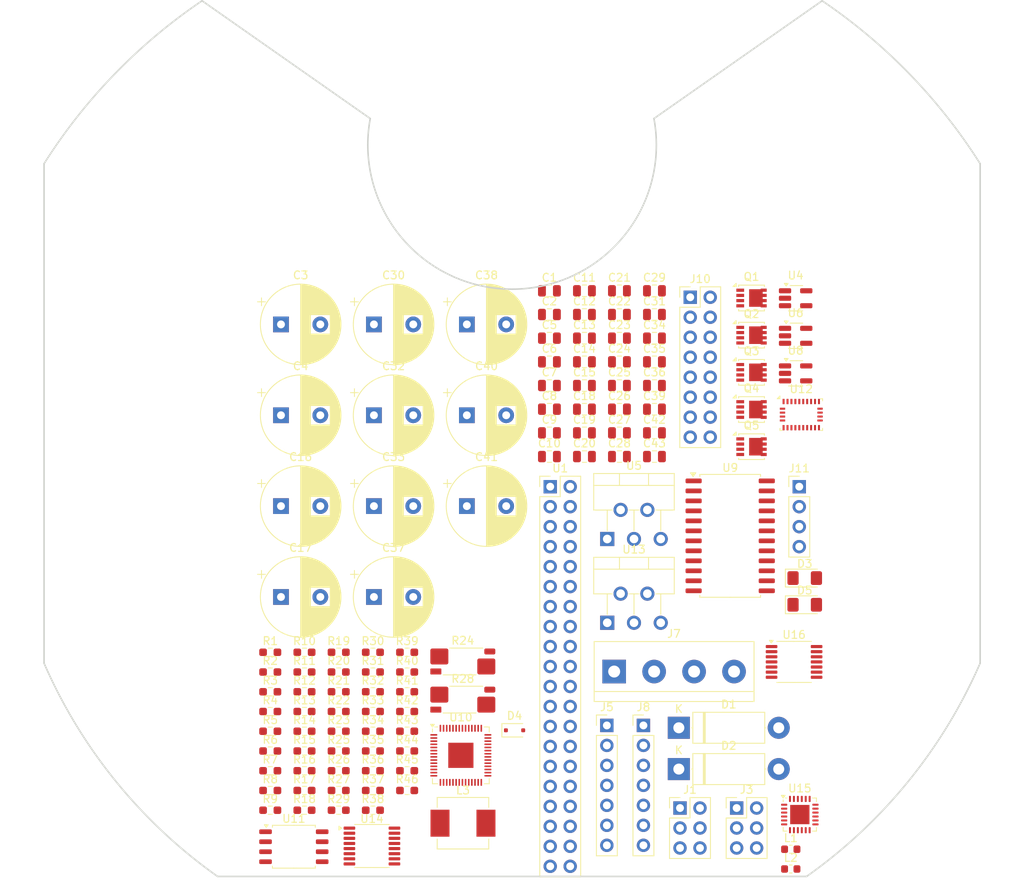
<source format=kicad_pcb>
(kicad_pcb
	(version 20240108)
	(generator "pcbnew")
	(generator_version "8.0")
	(general
		(thickness 1.6)
		(legacy_teardrops no)
	)
	(paper "A4")
	(layers
		(0 "F.Cu" signal)
		(31 "B.Cu" signal)
		(32 "B.Adhes" user "B.Adhesive")
		(33 "F.Adhes" user "F.Adhesive")
		(34 "B.Paste" user)
		(35 "F.Paste" user)
		(36 "B.SilkS" user "B.Silkscreen")
		(37 "F.SilkS" user "F.Silkscreen")
		(38 "B.Mask" user)
		(39 "F.Mask" user)
		(40 "Dwgs.User" user "User.Drawings")
		(41 "Cmts.User" user "User.Comments")
		(42 "Eco1.User" user "User.Eco1")
		(43 "Eco2.User" user "User.Eco2")
		(44 "Edge.Cuts" user)
		(45 "Margin" user)
		(46 "B.CrtYd" user "B.Courtyard")
		(47 "F.CrtYd" user "F.Courtyard")
		(48 "B.Fab" user)
		(49 "F.Fab" user)
		(50 "User.1" user)
		(51 "User.2" user)
		(52 "User.3" user)
		(53 "User.4" user)
		(54 "User.5" user)
		(55 "User.6" user)
		(56 "User.7" user)
		(57 "User.8" user)
		(58 "User.9" user)
	)
	(setup
		(pad_to_mask_clearance 0)
		(allow_soldermask_bridges_in_footprints no)
		(pcbplotparams
			(layerselection 0x00010fc_ffffffff)
			(plot_on_all_layers_selection 0x0000000_00000000)
			(disableapertmacros no)
			(usegerberextensions no)
			(usegerberattributes yes)
			(usegerberadvancedattributes yes)
			(creategerberjobfile yes)
			(dashed_line_dash_ratio 12.000000)
			(dashed_line_gap_ratio 3.000000)
			(svgprecision 4)
			(plotframeref no)
			(viasonmask no)
			(mode 1)
			(useauxorigin no)
			(hpglpennumber 1)
			(hpglpenspeed 20)
			(hpglpendiameter 15.000000)
			(pdf_front_fp_property_popups yes)
			(pdf_back_fp_property_popups yes)
			(dxfpolygonmode yes)
			(dxfimperialunits yes)
			(dxfusepcbnewfont yes)
			(psnegative no)
			(psa4output no)
			(plotreference yes)
			(plotvalue yes)
			(plotfptext yes)
			(plotinvisibletext no)
			(sketchpadsonfab no)
			(subtractmaskfromsilk no)
			(outputformat 1)
			(mirror no)
			(drillshape 1)
			(scaleselection 1)
			(outputdirectory "")
		)
	)
	(net 0 "")
	(net 1 "+5V")
	(net 2 "-BATT")
	(net 3 "Net-(M1-+)")
	(net 4 "VBUS")
	(net 5 "Net-(J5-Pin_2)")
	(net 6 "Net-(J8-Pin_2)")
	(net 7 "Net-(U12-CAP)")
	(net 8 "+3.3V")
	(net 9 "Net-(C11-Pad2)")
	(net 10 "Net-(U10-XIN)")
	(net 11 "Net-(U10-VREG_VOUT)")
	(net 12 "Net-(D1-K)")
	(net 13 "Net-(D2-K)")
	(net 14 "Bumper-F-R")
	(net 15 "US-Dist-Echo-Front")
	(net 16 "US-Dist-Trig-Front")
	(net 17 "Bumper-F-L")
	(net 18 "Bumper-B-R")
	(net 19 "US-Dist-Echo-Back")
	(net 20 "US-Dist-Trig-Back")
	(net 21 "Bumper-B-L")
	(net 22 "BottleDoor-UserButton-1")
	(net 23 "BottleDoor-Contact-1")
	(net 24 "BottleDoor-User-LED-1")
	(net 25 "BottleDoor-ServoPWM-1")
	(net 26 "Net-(J7-Pin_3)")
	(net 27 "Net-(J7-Pin_4)")
	(net 28 "Net-(J7-Pin_2)")
	(net 29 "Net-(J7-Pin_1)")
	(net 30 "BottleDoor-UserButton-2")
	(net 31 "BottleDoor-Contact-2")
	(net 32 "BottleDoor-User-LED-2")
	(net 33 "BottleDoor-ServoPWM-2")
	(net 34 "Net-(Q1-G)")
	(net 35 "Net-(Q2-D)")
	(net 36 "unconnected-(J10-Pin_9-Pad9)")
	(net 37 "Net-(U15-ACN)")
	(net 38 "unconnected-(J10-Pin_3-Pad3)")
	(net 39 "unconnected-(J10-Pin_8-Pad8)")
	(net 40 "unconnected-(J10-Pin_10-Pad10)")
	(net 41 "ChargeArm-PowerSwitch")
	(net 42 "unconnected-(U4-~{FLG}-Pad3)")
	(net 43 "unconnected-(U4-GND-Pad2)")
	(net 44 "unconnected-(U6-GND-Pad2)")
	(net 45 "BottleDoor-PowerSwitch-1")
	(net 46 "unconnected-(U6-~{FLG}-Pad3)")
	(net 47 "unconnected-(U8-GND-Pad2)")
	(net 48 "BottleDoor-PowerSwitch-2")
	(net 49 "unconnected-(U8-~{FLG}-Pad3)")
	(net 50 "unconnected-(U9-IO0_3-Pad7)")
	(net 51 "I2C-SCL")
	(net 52 "unconnected-(U9-IO1_0-Pad13)")
	(net 53 "Net-(U15-ACP)")
	(net 54 "unconnected-(U9-IO0_6-Pad10)")
	(net 55 "Net-(U1-GPIO22{slash}SDIO_CLK)")
	(net 56 "unconnected-(U9-IO0_7-Pad11)")
	(net 57 "Net-(U15-VCC)")
	(net 58 "I2C-SDA")
	(net 59 "Net-(Q3-D)")
	(net 60 "unconnected-(U10-GPIO22-Pad34)")
	(net 61 "Net-(U10-XOUT)")
	(net 62 "unconnected-(U10-GPIO18-Pad29)")
	(net 63 "unconnected-(U10-GPIO28_ADC2-Pad40)")
	(net 64 "Motor-SpreadChop")
	(net 65 "Net-(Q3-G)")
	(net 66 "unconnected-(U10-GPIO26_ADC0-Pad38)")
	(net 67 "Net-(U10-QSPI_SS)")
	(net 68 "unconnected-(U10-GPIO27_ADC1-Pad39)")
	(net 69 "Motor-EN")
	(net 70 "Net-(U10-USB_DM)")
	(net 71 "Net-(D4-A)")
	(net 72 "Motor-DIAG")
	(net 73 "unconnected-(U10-GPIO13-Pad16)")
	(net 74 "unconnected-(U10-GPIO17-Pad28)")
	(net 75 "unconnected-(U10-GPIO20-Pad31)")
	(net 76 "Net-(U10-QSPI_SD0)")
	(net 77 "unconnected-(U10-GPIO23-Pad35)")
	(net 78 "MotionC-RST")
	(net 79 "Net-(U10-QSPI_SD2)")
	(net 80 "Motor-1Wire-UART")
	(net 81 "unconnected-(U10-GPIO24-Pad36)")
	(net 82 "Net-(U10-QSPI_SD3)")
	(net 83 "Net-(U10-GPIO0)")
	(net 84 "Net-(U10-QSPI_SD1)")
	(net 85 "unconnected-(U10-GPIO19-Pad30)")
	(net 86 "Net-(U10-QSPI_SCLK)")
	(net 87 "Motor-Dir")
	(net 88 "Motor-IDX")
	(net 89 "Net-(U10-USB_DP)")
	(net 90 "unconnected-(U10-GPIO21-Pad32)")
	(net 91 "unconnected-(U10-SWCLK-Pad24)")
	(net 92 "Net-(D4-K)")
	(net 93 "unconnected-(U10-GPIO16-Pad27)")
	(net 94 "unconnected-(U10-SWD-Pad25)")
	(net 95 "Motor-Step")
	(net 96 "unconnected-(U10-GPIO29_ADC3-Pad41)")
	(net 97 "DrivePermission")
	(net 98 "Net-(Q5-D)")
	(net 99 "unconnected-(U12-PIN15-Pad15)")
	(net 100 "unconnected-(U12-PIN22-Pad22)")
	(net 101 "unconnected-(U12-PIN24-Pad24)")
	(net 102 "unconnected-(U12-BL_IND-Pad10)")
	(net 103 "unconnected-(U12-XIN32-Pad27)")
	(net 104 "Net-(U12-~{BOOT_LOAD_PIN})")
	(net 105 "unconnected-(U12-PIN23-Pad23)")
	(net 106 "Net-(U12-~{RESET})")
	(net 107 "unconnected-(U12-PIN12-Pad12)")
	(net 108 "unconnected-(U12-PIN7-Pad7)")
	(net 109 "unconnected-(U12-PIN1-Pad1)")
	(net 110 "unconnected-(U12-PIN13-Pad13)")
	(net 111 "IMU-INT")
	(net 112 "unconnected-(U12-PIN21-Pad21)")
	(net 113 "unconnected-(U12-PIN8-Pad8)")
	(net 114 "unconnected-(U12-XOUT32-Pad26)")
	(net 115 "unconnected-(U12-PIN16-Pad16)")
	(net 116 "Net-(U15-SRN)")
	(net 117 "PowerMonAlert")
	(net 118 "Net-(U15-SRP)")
	(net 119 "unconnected-(U14-NC-Pad13)")
	(net 120 "Net-(C37-Pad1)")
	(net 121 "Net-(C39-Pad2)")
	(net 122 "Net-(U15-TTC)")
	(net 123 "VCC")
	(net 124 "Net-(D3-A)")
	(net 125 "Net-(D5-A)")
	(net 126 "/DATA")
	(net 127 "unconnected-(J10-Pin_12-Pad12)")
	(net 128 "/RST")
	(net 129 "unconnected-(J10-Pin_11-Pad11)")
	(net 130 "/DC")
	(net 131 "unconnected-(J10-Pin_7-Pad7)")
	(net 132 "/CLK")
	(net 133 "unconnected-(J10-Pin_6-Pad6)")
	(net 134 "/CS")
	(net 135 "unconnected-(J10-Pin_13-Pad13)")
	(net 136 "USB_D-")
	(net 137 "USB_D+")
	(net 138 "unconnected-(J11-Pin_1-Pad1)")
	(net 139 "Net-(L3-Pad2)")
	(net 140 "+VDC")
	(net 141 "Net-(Q2-S-Pad1)")
	(net 142 "Net-(Q4-G)")
	(net 143 "Net-(Q5-G)")
	(net 144 "MotionC-BootOpt")
	(net 145 "Net-(U10-GPIO25)")
	(net 146 "Net-(U15-~{ACDRV})")
	(net 147 "Net-(U15-~{BATDRV})")
	(net 148 "ChargerStat1")
	(net 149 "ChargerStat2")
	(net 150 "ChargerStatPG")
	(net 151 "Net-(U15-ISET2)")
	(net 152 "Net-(U15-ISET1)")
	(net 153 "Net-(U15-ACSET)")
	(net 154 "Net-(R40-Pad2)")
	(net 155 "Net-(U15-TS)")
	(net 156 "I2C-SDA-MC")
	(net 157 "I2C-SCL-MC")
	(net 158 "Net-(U1-GPIO16{slash}SPI1_~{CE2})")
	(net 159 "Net-(SW6-A)")
	(net 160 "Net-(U14-VBUS)")
	(net 161 "unconnected-(U16-TEST-Pad7)")
	(net 162 "unconnected-(U16-TEST-Pad8)")
	(net 163 "unconnected-(U16-TEST-Pad10)")
	(net 164 "unconnected-(U16-TEST-Pad5)")
	(net 165 "unconnected-(U16-TEST-Pad6)")
	(net 166 "unconnected-(U16-TEST-Pad9)")
	(net 167 "unconnected-(U16-A1-Pad4)")
	(net 168 "unconnected-(U16-PWM-Pad14)")
	(net 169 "unconnected-(U16-A2-Pad3)")
	(net 170 "unconnected-(U1-SDA_I2C1{slash}GPIO02-Pad3)")
	(net 171 "unconnected-(U1-3V3-Pad1)")
	(net 172 "unconnected-(U1-~{CE1}_SPI0{slash}GPIO07-Pad26)")
	(net 173 "Net-(SW6-B)")
	(net 174 "unconnected-(U1-SCL_I2C1{slash}GPIO03-Pad5)")
	(net 175 "unconnected-(U1-GPIO15{slash}UART_RXD-Pad10)")
	(net 176 "ChargeArm-ServoPWM")
	(net 177 "unconnected-(U1-GPCLK2{slash}GPIO06-Pad31)")
	(net 178 "unconnected-(U1-MISO_SPI0{slash}GPIO09-Pad21)")
	(net 179 "unconnected-(U1-3V3-Pad1)_1")
	(footprint "Resistor_SMD:R_0603_1608Metric_Pad0.98x0.95mm_HandSolder" (layer "F.Cu") (at 94.4625 119.92))
	(footprint "Resistor_SMD:R_0603_1608Metric_Pad0.98x0.95mm_HandSolder" (layer "F.Cu") (at 81.4125 122.43))
	(footprint "Diode_THT:D_5W_P12.70mm_Horizontal" (layer "F.Cu") (at 133.3525 129.52))
	(footprint "Capacitor_THT:CP_Radial_D10.0mm_P5.00mm" (layer "F.Cu") (at 82.777146 112.89))
	(footprint "Capacitor_THT:CP_Radial_D10.0mm_P5.00mm" (layer "F.Cu") (at 106.406438 101.34))
	(footprint "Package_SO:SOIC-24W_7.5x15.4mm_P1.27mm" (layer "F.Cu") (at 139.8825 105.12))
	(footprint "Capacitor_SMD:C_0805_2012Metric" (layer "F.Cu") (at 116.9025 89.02))
	(footprint "Resistor_SMD:R_0603_1608Metric_Pad0.98x0.95mm_HandSolder" (layer "F.Cu") (at 94.4625 127.45))
	(footprint "Capacitor_THT:CP_Radial_D10.0mm_P5.00mm" (layer "F.Cu") (at 94.591792 101.34))
	(footprint "Capacitor_SMD:C_0805_2012Metric" (layer "F.Cu") (at 116.9025 92.03))
	(footprint "Resistor_SMD:R_0603_1608Metric_Pad0.98x0.95mm_HandSolder" (layer "F.Cu") (at 94.4625 122.43))
	(footprint "Resistor_SMD:R_0603_1608Metric_Pad0.98x0.95mm_HandSolder" (layer "F.Cu") (at 81.4125 132.47))
	(footprint "Connector_PinHeader_2.54mm:PinHeader_2x20_P2.54mm_Vertical"
		(layer "F.Cu")
		(uuid "16f74b12-f765-4a66-9c06-dceaa247d77c")
		(at 117.0025 98.87)
		(descr "Through hole straight pin header, 2x20, 2.54mm pitch, double rows")
		(tags "Through hole pin header THT 2x20 2.54mm double row")
		(property "Reference" "U1"
			(at 1.27 -2.33 0)
			(layer "F.SilkS")
			(uuid "ed8ff7af-0a45-4f2b-8f36-0fadf750d791")
			(effects
				(font
					(size 1 1)
					(thickness 0.15)
				)
			)
		)
		(property "Value" "RASPBERRY_PI4"
			(at 1.27 50.59 0)
			(layer "F.Fab")
			(uuid "15959fb4-5f3c-4009-8c80-8b9e0100ce07")
			(effects
				(font
					(size 1 1)
					(thickness 0.15)
				)
			)
		)
		(property "Footprint" "Connector_PinHeader_2.54mm:PinHeader_2x20_P2.54mm_Vertical"
			(at 0 0 0)
			(unlocked yes)
			(layer "F.Fab")
			(hide yes)
			(uuid "1108183b-3e03-4426-a99e-ea9abd081724")
			(effects
				(font
					(size 1.27 1.27)
					(thickness 0.15)
				)
			)
		)
		(property "Datasheet" "https://datasheets.raspberrypi.com/rpi4/raspberry-pi-4-datasheet.pdf"
			(at 0 0 0)
			(unlocked yes)
			(layer "F.Fab")
			(hide yes)
			(uuid "c3175116-bd86-41c2-9d8f-2125c4f717d1")
			(effects
				(font
					(size 1.27 1.27)
					(thickness 0.15)
				)
			)
		)
		(property "Description" "Raspberry Pi 4 Model B"
			(at 0 0 0)
			(unlocked yes)
			(layer "F.Fab")
			(hide yes)
			(uuid "a0d8b6a5-70fc-46ce-90f0-bc6fb6778b46")
			(effects
				(font
					(size 1.27 1.27)
					(thickness 0.15)
				)
			)
		)
		(property "MF" "Raspberry Pi"
			(at 0 0 0)
			(unlocked yes)
			(layer "F.Fab")
			(hide yes)
			(uuid "fa94dc98-1eff-45ba-b17d-bbc4c38d25ce")
			(effects
				(font
					(size 1 1)
					(thickness 0.15)
				)
			)
		)
		(property "Description_1" "\n                        \n                            At the heart of Raspberry Pi Zero 2 W is RP3A0, a custom-built system-in-package designed by Raspberry Pi in the UK.\n                        \n"
			(at 0 0 0)
			(unlocked yes)
			(layer "F.Fab")
			(hide yes)
			(uuid "24c00408-f39c-4421-a60d-7100f11795ff")
			(effects
				(font
					(size 1 1)
					(thickness 0.15)
				)
			)
		)
		(property "Package" "None"
			(at 0 0 0)
			(unlocked yes)
			(layer "F.Fab")
			(hide yes)
			(uuid "34004259-48ec-4d88-8739-e35606b63923")
			(effects
				(font
					(size 1 1)
					(thickness 0.15)
				)
			)
		)
		(property "Price" "None"
			(at 0 0 0)
			(unlocked yes)
			(layer "F.Fab")
			(hide yes)
			(uuid "7686f865-8947-4f9f-b40e-508799d2238a")
			(effects
				(font
					(size 1 1)
					(thickness 0.15)
				)
			)
		)
		(property "Check_prices" "https://www.snapeda.com/parts/RASPBERRY%20PI%20ZERO%202%20W/Raspberry+Pi/view-part/?ref=eda"
			(at 0 0 0)
			(unlocked yes)
			(layer "F.Fab")
			(hide yes)
			(uuid "4436dd3d-3087-45a0-91a7-f15257d41a5d")
			(effects
				(font
					(size 1 1)
					(thickness 0.15)
				)
			)
		)
		(property "STANDARD" "Manufacturer Recommendations"
			(at 0 0 0)
			(unlocked yes)
			(layer "F.Fab")
			(hide yes)
			(uuid "422298c0-0349-4647-b18a-e545a9765cb9")
			(effects
				(font
					(size 1 1)
					(thickness 0.15)
				)
			)
		)
		(property "PARTREV" "April 2024"
			(at 0 0 0)
			(unlocked yes)
			(layer "F.Fab")
			(hide yes)
			(uuid "6748693a-9a0d-4ec1-9280-b3c0a28f354b")
			(effects
				(font
					(size 1 1)
					(thickness 0.15)
				)
			)
		)
		(property "SnapEDA_Link" "https://www.snapeda.com/parts/RASPBERRY%20PI%20ZERO%202%20W/Raspberry+Pi/view-part/?ref=snap"
			(at 0 0 0)
			(unlocked yes)
			(layer "F.Fab")
			(hide yes)
			(uuid "d9922a00-59d6-4ae4-87d5-d036c612dc45")
			(effects
				(font
					(size 1 1)
					(thickness 0.15)
				)
			)
		)
		(property "MP" "RASPBERRY PI ZERO 2 W"
			(at 0 0 0)
			(unlocked yes)
			(layer "F.Fab")
			(hide yes)
			(uuid "0913cf97-f11f-48e9-8395-0b80034a88b9")
			(effects
				(font
					(size 1 1)
					(thickness 0.15)
				)
			)
		)
		(property "Availability" "In Stock"
			(at 0 0 0)
			(unlocked yes)
			(layer "F.Fab")
			(hide yes)
			(uuid "6baba56d-65bf-4a73-a572-2d1f28200665")
			(effects
				(font
					(size 1 1)
					(thickness 0.15)
				)
			)
		)
		(property "MANUFACTURER" "Raspberry Pi"
			(at 0 0 0)
			(unlocked yes)
			(layer "F.Fab")
			(hide yes)
			(uuid "974bbc58-a6b5-4db9-863d-b0a88961ea4a")
			(effects
				(font
					(size 1 1)
					(thickness 0.15)
				)
			)
		)
		(property ki_fp_filters "PinHeader*2x20*P2.54mm*Vertical* PinSocket*2x20*P2.54mm*Vertical*")
		(path "/c31062ee-c38c-4678-ac1b-3d4c684b087e")
		(sheetname "Stammblatt")
		(sheetfile "monorail.kicad_sch")
		(attr through_hole)
		(fp_line
			(start -1.33 -1.33)
			(end 0 -1.33)
			(stroke
				(width 0.12)
				(type solid)
			)
			(layer "F.SilkS")
			(uuid "c5394f01-271e-4937-9b8c-06684faca0da")
		)
		(fp_line
			(start -1.33 0)
			(end -1.33 -1.33)
			(stroke
				(width 0.12)
				(type solid)
			)
			(layer "F.SilkS")
			(uuid "2959967a-1878-4e90-a1ac-6f642f5f1231")
		)
		(fp_line
			(start -1.33 1.27)
			(end -1.33 49.59)
			(stroke
				(width 0.12)
				(type solid)
			)
			(layer "F.SilkS")
			(uuid "8111eb5a-9b09-46f9-b6d3-7905162044f9")
		)
		(fp_line
			(start -1.33 1.27)
			(end 1.27 1.27)
			(stroke
				(width 0.12)
				(type solid)
			)
			(layer "F.SilkS")
			(uuid "744188ba-38cc-494b-b839-bccb47eeb2e9")
		)
		(fp_line
			(start -1.33 49.59)
			(end 3.87 49.59)
			(stroke
				(width 0.12)
				(type solid)
			)
			(layer "F.SilkS")
			(uuid "4f7cafe4-a5fe-4523-ad24-cd5c342112ad")
		)
		(fp_line
			(start 1.27 -1.33)
			(end 3.87 -1.33)
			(stroke
				(width 0.12)
				(type solid)
			)
			(layer "F.SilkS")
			(uuid "263682ee-3031-4d7d-acd6-778d66fad5fa")
		)
		(fp_line
			(start 1.27 1.27)
			(end 1.27 -1.33)
			(stroke
				(width 0.12)
				(type solid)
			)
			(layer "F.SilkS")
			(uuid "7a253f4f-3908-42df-b755-40adbe211f84")
		)
		(fp_line
			(start 3.87 -1.33)
			(end 3.87 49.59)
			(stroke
				(width 0.12)
				(type solid)
			)
			(layer "F.SilkS")
			(uuid "073cca2b-2fff-4e19-98a1-547b50e31f23")
		)
		(fp_line
			(start -1.8 -1.8)
			(end -1.8 50.05)
			(stroke
				(width 0.05)
				(type solid)
			)
			(layer "F.CrtYd")
			(uuid "d1f0b356-68fc-4ffd-b97e-efe57e1fd342")
		)
		(fp_line
			(start -1.8 50.05)
			(end 4.35 50.05)
			(stroke
				(width 0.05)
				(type solid)
			)
			(layer "F.CrtYd")
			(uuid "4c3f3de1-c2cf-42b8-83f1-87df5a966c0a")
		)
		(fp_line
			(start 4.35 -1.8)
			(end -1.8 -1.8)
			(stroke
				(width 0.05)
				(type solid)
			)
			(layer "F.CrtYd")
			(uuid "76bde2a0-1d0d-463d-a59f-20c30eff8968")
		)
		(fp_line
			(start 4.35 50.05)
			(end 4.35 -1.8)
			(stroke
				(width 0.05)
				(type solid)
			)
			(layer "F.CrtYd")
			(uuid "87ceed91-72e1-4692-8a6c-362e19fa13ff")
		)
		(fp_line
			(start -1.27 0)
			(end 0 -1.27)
			(stroke
				(width 0.1)
				(type solid)
			)
			(layer "F.Fab")
			(uuid "75db74a6-606f-4f85-b983-9e9882990532")
		)
		(fp_line
			(start -1.27 49.53)
			(end -1.27 0)
			(stroke
				(width 0.1)
				(type solid)
			)
			(layer "F.Fab")
			(uuid "b7939633-bb53-4734-8ade-726144b62262")
		)
		(fp_line
			(start 0 -1.27)
			(end 3.81 -1.27)
			(stroke
				(width 0.1)
				(type solid)
			)
			(layer "F.Fab")
			(uuid "5635f7f2-47fa-4b76-bf84-e932dc9f46ff")
		)
		(fp_line
			(start 3.81 -1.27)
			(end 3.81 49.53)
			(stroke
				(width 0.1)
				(type solid)
			)
			(layer "F.Fab")
			(uuid "da8b4fb4-f511-4e33-b365-3f1be7729902")
		)
		(fp_line
			(start 3.81 49.53)
			(end -1.27 49.53)
			(stroke
				(width 0.1)
				(type solid)
			)
			(layer "F.Fab")
			(uuid "3ac1774b-922c-4dd7-b42e-f63a1621e237")
		)
		(fp_text user "${REFERENCE}"
			(at 1.27 24.13 90)
			(layer "F.Fab")
			(uuid "5a412c50-02f9-4a28-81e1-8694096fe6c7")
			(effects
				(font
					(size 1 1)
					(thickness 0.15)
				)
			)
		)
		(pad "1" thru_hole rect
			(at 0 0)
			(size 1.7 1.7)
			(drill 1)
			(layers "*.Cu" "*.Mask" "In1.Cu" "In2.Cu" "In3.Cu" "In4.Cu" "In5.Cu" "In6.Cu"
				"In7.Cu" "In8.Cu" "In9.Cu" "In10.Cu" "In11.Cu" "In12.Cu" "In13.Cu" "In14.Cu"
				"In15.Cu" "In16.Cu" "In17.Cu" "In18.Cu" "In19.Cu" "In20.Cu" "In21.Cu"
				"In22.Cu" "In23.Cu" "In24.Cu" "In25.Cu" "In26.Cu" "In27.Cu" "In28.Cu"
				"In29.Cu" "In30.Cu"
			)
			(remove_unused_layers no)
			(net 179 "unconnected-(U1-3V3-Pad1)_1")
			(pinfunction "3V3")
			(pintype "power_out+no_connect")
			(uuid "d26f1572-b6bb-4354-a962-a428258f7118")
		)
		(pad "2" thru_hole oval
			(at 2.54 0)
			(size 1.7 1.7)
			(drill 1)
			(layers "*.Cu" "*.Mask" "In1.Cu" "In2.Cu" "In3.Cu" "In4.Cu" "In5.Cu" "In6.Cu"
				"In7.Cu" "In8.Cu" "In9.Cu" "In10.Cu" "In11.Cu" "In12.Cu" "In13.Cu" "In14.Cu"
				"In15.Cu" "In16.Cu" "In17.Cu" "In18.Cu" "In19.Cu" "In20.Cu" "In21.Cu"
				"In22.Cu" "In23.Cu" "In24.Cu" "In25.Cu" "In26.Cu" "In27.Cu" "In28.Cu"
				"In29.Cu" "In30.Cu"
			)
			(remove_unused_layers no)
			(net 1 "+5V")
			(pinfunction "5V")
			(pintype "power_out")
			(uuid "b7ed3c1d-e8a6-4ebb-8eed-6937b5f0afd5")
		)
		(pad "3" thru_hole oval
			(at 0 2.54)
			(size 1.7 1.7)
			(drill 1)
			(layers "*.Cu" "*.Mask" "In1.Cu" "In2.Cu" "In3.Cu" "In4.Cu" "In5.Cu" "In6.Cu"
				"In7.Cu" "In8.Cu" "In9.Cu" "In10.Cu" "In11.Cu" "In12.Cu" "In13.Cu" "In14.Cu"
				"In15.Cu" "In16.Cu" "In17.Cu" "In18.Cu" "In19.Cu" "In20.Cu" "In21.Cu"
				"In22.Cu" "In23.Cu" "In24.Cu" "In25.Cu" "In26.Cu" "In27.Cu" "In28.Cu"
				"In29.Cu" "In30.Cu"
			)
			(remove_unused_layers no)
			(net 170 "unconnected-(U1-SDA_I2C1{slash}GPIO02-Pad3)")
			(pinfunction "SDA_I2C1/GPIO02")
			(pintype "bidirectional")
			(uuid "bc7a11d4-b64c-4d63-a034-2f5ac8b85357")
		)
		(pad "4" thru_hole oval
			(at 2.54 2.54)
			(size 1.7 1.7)
			(drill 1)
			(layers "*.Cu" "*.Mask" "In1.Cu" "In2.Cu" "In3.Cu" "In4.Cu" "In5.Cu" "In6.Cu"
				"In7.Cu" "In8.Cu" "In9.Cu" "In10.Cu" "In11.Cu" "In12.Cu" "In13.Cu" "In14.Cu"
				"In15.Cu" "In16.Cu" "In17.Cu" "In18.Cu" "In19.Cu" "In20.Cu" "In21.Cu"
				"In22.Cu" "In23.Cu" "In24.Cu" "In25.Cu" "In26.Cu" "In27.Cu" "In28.Cu"
				"In29.Cu" "In30.Cu"
			)
			(remove_unused_layers no)
			(net 1 "+5V")
			(pinfunction "5V")
			(pintype "passive")
			(uuid "22cbc4ff-9d61-4283-80eb-46223786fe81")
		)
		(pad "5" thru_hole oval
			(at 0 5.08)
			(size 1.7 1.7)
			(drill 1)
			(layers "*.Cu" "*.Mask" "In1.Cu" "In2.Cu" "In3.Cu" "In4.Cu" "In5.Cu" "In6.Cu"
				"In7.Cu" "In8.Cu" "In9.Cu" "In10.Cu" "In11.Cu" "In12.Cu" "In13.Cu" "In14.Cu"
				"In15.Cu" "In16.Cu" "In17.Cu" "In18.Cu" "In19.Cu" "In20.Cu" "In21.Cu"
				"In22.Cu" "In23.Cu" "In24.Cu" "In25.Cu" "In26.Cu" "In27.Cu" "In28.Cu"
				"In29.Cu" "In30.Cu"
			)
			(remove_unused_layers no)
			(net 174 "unconnected-(U1-SCL_I2C1{slash}GPIO03-Pad5)")
			(pinfunction "SCL_I2C1/GPIO03")
			(pintype "bidirectional")
			(uuid "ec95d58d-a7cc-491d-9e8c-19233951bb30")
		)
		(pad "6" thru_hole oval
			(at 2.54 5.08)
			(size 1.7 1.7)
			(drill 1)
			(layers "*.Cu" "*.Mask" "In1.Cu" "In2.Cu" "In3.Cu" "In4.Cu" "In5.Cu" "In6.Cu"
				"In7.Cu" "In8.Cu" "In9.Cu" "In10.Cu" "In11.Cu" "In12.Cu" "In13.Cu" "In14.Cu"
				"In15.Cu" "In16.Cu" "In17.Cu" "In18.Cu" "In19.Cu" "In20.Cu" "In21.Cu"
				"In22.Cu" "In23.Cu" "In24.Cu" "In25.Cu" "In26.Cu" "In27.Cu" "In28.Cu"
				"In29.Cu" "In30.Cu"
			)
			(remove_unused_layers no)
			(net 2 "-BATT")
			(pinfunction "GND")
			(pintype "power_out")
			(uuid "e9df1a2d-6d59-44c3-a4e0-55797468d183")
		)
		(pad "7" thru_hole oval
			(at 0 7.62)
			(size 1.7 1.7)
			(drill 1)
			(layers "*.Cu" "*.Mask" "In1.Cu" "In2.Cu" "In3.Cu" "In4.Cu" "In5.Cu" "In6.Cu"
				"In7.Cu" "In8.Cu" "In9.Cu" "In10.Cu" "In11.Cu" "In12.Cu" "In13.Cu" "In14.Cu"
				"In15.Cu" "In16.Cu" "In17.Cu" "In18.Cu" "In19.Cu" "In20.Cu" "In21.Cu"
				"In22.Cu" "In23.Cu" "In24.Cu" "In25.Cu" "In26.Cu" "In27.Cu" "In28.Cu"
				"In29.Cu" "In30.Cu"
			)
			(remove_unused_layers no)
			(net 130 "/DC")
			(pinfunction "GPCLK0/GPIO04")
			(pintype "bidirectional")
			(uuid "46763156-cda2-4926-a0a4-a3fbd0e54e0e")
		)
		(pad "8" thru_hole oval
			(at 2.54 7.62)
			(size 1.7 1.7)
			(drill 1)
			(layers "*.Cu" "*.Mask" "In1.Cu" "In2.Cu" "In3.Cu" "In4.Cu" "In5.Cu" "In6.Cu"
				"In7.Cu" "In8.Cu" "In9.Cu" "In10.Cu" "In11.Cu" "In12.Cu" "In13.Cu" "In14.Cu"
				"In15.Cu" "In16.Cu" "In17.Cu" "In18.Cu" "In19.Cu" "In20.Cu" "In21.Cu"
				"In22.Cu" "In23.Cu" "In24.Cu" "In25.Cu" "In26.Cu" "In27.Cu" "In28.Cu"
				"In29.Cu" "In30.Cu"
			)
			(remove_unused_layers no)
			(net 173 "Net-(SW6-B)")
			(pinfunction "GPIO14/UART_TXD")
			(pintype "bidirectional")
			(uuid "22ad536a-d83a-4536-b549-8370d03717ec")
		)
		(pad "9" thru_hole oval
			(at 0 10.16)
			(size 1.7 1.7)
			(drill 1)
			(layers "*.Cu" "*.Mask" "In1.Cu" "In2.Cu" "In3.Cu" "In4.Cu" "In5.Cu" "In6.Cu"
				"In7.Cu" "In8.Cu" "In9.Cu" "In10.Cu" "In11.Cu" "In12.Cu" "In13.Cu" "In14.Cu"
				"In15.Cu" "In16.Cu" "In17.Cu" "In18.Cu" "In19.Cu" "In20.Cu" "In21.Cu"
				"In22.Cu" "In23.Cu" "In24.Cu" "In25.Cu" "In26.Cu" "In27.Cu" "In28.Cu"
				"In29.Cu" "In30.Cu"
			)
			(remove_unused_layers no)
			(net 2 "-BATT")
			(pinfunction "GND")
			(pintype "passive")
			(uuid "3a2eefd4-f0d5-4715-a745-8eb28d87b0da")
		)
		(pad "10" thru_hole oval
			(at 2.54 10.16)
			(size 1.7 1.7)
			(drill 1)
			(layers "*.Cu" "*.Mask" "In1.Cu" "In2.Cu" "In3.Cu" "In4.Cu" "In5.Cu" "In6.Cu"
				"In7.Cu" "In8.Cu" "In9.Cu" "In10.Cu" "In11.Cu" "In12.Cu" "In13.Cu" "In14.Cu"
				"In15.Cu" "In16.Cu" "In17.Cu" "In18.Cu" "In19.Cu" "In20.Cu" "In21.Cu"
				"In22.Cu" "In23.Cu" "In24.Cu" "In25.Cu" "In26.Cu" "In27.Cu" "In28.Cu"
				"In29.Cu" "In30.Cu"
			)
			(remove_unused_layers no)
			(net 175 "unconnected-(U1-GPIO15{slash}UART_RXD-Pad10)")
			(pinfunction "GPIO15/UART_RXD")
			(pintype "bidirectional")
			(uuid "475b114f-2da7-4f0a-ab98-6023ca5a882c")
		)
		(pad "11" thru_hole oval
			(at 0 12.7)
			(size 1.7 1.7)
			(drill 1)
			(layers "*.Cu" "*.Mask" "In1.Cu" "In2.Cu" "In3.Cu" "In4.Cu" "In5.Cu" "In6.Cu"
				"In7.Cu" "In8.Cu" "In9.Cu" "In10.Cu" "In11.Cu" "In12.Cu" "In13.Cu" "In14.Cu"
				"In15.Cu" "In16.Cu" "In17.Cu" "In18.Cu" "In19.Cu" "In20.Cu" "In21.Cu"
				"In22.Cu" "In23.Cu" "In24.Cu" "In25.Cu" "In26.Cu" "In27.Cu" "In28.Cu"
				"In29.Cu" "In30.Cu"
			)
			(remove_unused_layers no)
			(net 117 "PowerMonAlert")
			(pinfunction "GPIO17/SPI1_~{CE1}")
			(pintype "bidirectional")
			(uuid "90ca4d3c-5361-4793-b4aa-105d0bafc436")
		)
		(pad "12" thru_hole oval
			(at 2.54 12.7)
			(size 1.7 1.7)
			(drill 1)
			(layers "*.Cu" "*.Mask" "In1.Cu" "In2.Cu" "In3.Cu" "In4.Cu" "In5.Cu" "In6.Cu"
				"In7.Cu" "In8.Cu" "In9.Cu" "In10.Cu" "In11.Cu" "In12.Cu" "In13.Cu" "In14.Cu"
				"In15.Cu" "In16.Cu" "In17.Cu" "In18.Cu" "In19.Cu" "In20.Cu" "In21.Cu"
				"In22.Cu" "In23.Cu" "In24.Cu" "In25.Cu" "In26.Cu" "In27.Cu" "In28.Cu"
				"In29.Cu" "In30.Cu"
			)
			(remove_unused_layers no)
			(net 25 "BottleDoor-ServoPWM-1")
			(pinfunction "GPIO18/SPI1_~{CE0}/PCM_CLK/PWM0")
			(pintype "bidirectional")
			(uuid "cc66c314-d261-4983-b794-f705a1479595")
		)
		(pad "13" thru_hole oval
			(at 0 15.24)
			(size 1.7 1.7)
			(drill 1)
			(layers "*.Cu" "*.Mask" "In1.Cu" "In2.Cu" "In3.Cu" "In4.Cu" "In5.Cu" "In6.Cu"
				"In7.Cu" "In8.Cu" "In9.Cu" "In10.Cu" "In11.Cu" "In12.Cu" "In13.Cu" "In14.Cu"
				"In15.Cu" "In16.Cu" "In17.Cu" "In18.Cu" "In19.Cu" "In20.Cu" "In21.Cu"
				"In22.Cu" "In23.Cu" "In24.Cu" "In25.Cu" "In26.Cu" "In27.Cu" "In28.Cu"
				"In29.Cu" "In30.Cu"
			)
			(remove_unused_layers no)
			(net 20 "US-Dist-Trig-Back")
			(pinfunction "GPIO27/SDIO_DAT3")
			(pintype "bidirectional")
			(uuid "f3a57270-18a0-4d69-ab37-fdb937367426")
		)
		(pad "14" thru_hole oval
			(at 2.54 15.24)
			(size 1.7 1.7)
			(drill 1)
			(layers "*.Cu" "*.Mask" "In1.Cu" "In2.Cu" "In3.Cu" "In4.Cu" "In5.Cu" "In6.Cu"
				"In7.Cu" "In8.Cu" "In9.Cu" "In10.Cu" "In11.Cu" "In12.Cu" "In13.Cu" "In14.Cu"
				"In15.Cu" "In16.Cu" "In17.Cu" "In18.Cu" "In19.Cu" "In20.Cu" "In21.Cu"
				"In22.Cu" "In23.Cu" "In24.Cu" "In25.Cu" "In26.Cu" "In27.Cu" "In28.Cu"
				"In29.Cu" "In30.Cu"
			)
			(remove_unused_layers no)
			(net 2 "-BATT")
			(pinfunction "GND")
			(pintype "passive")
			(uuid "9f715728-34a4-4d1b-a17f-114c44e76300")
		)
		(pad "15" thru_hole oval
			(at 0 17.78)
			(size 1.7 1.7)
			(drill 1)
			(layers "*.Cu" "*.Mask" "In1.Cu" "In2.Cu" "In3.Cu" "In4.Cu" "In5.Cu" "In6.Cu"
				"In7.Cu" "In8.Cu" "In9.Cu" "In10.Cu" "In11.Cu" "In12.Cu" "In13.Cu" "In14.Cu"
				"In15.Cu" "In16.Cu" "In17.Cu" "In18.Cu" "In19.Cu" "In20.Cu" "In21.Cu"
				"In22.Cu" "In23.Cu" "In24.Cu" "In25.Cu" "In26.Cu" "In27.Cu" "In28.Cu"
				"In29.Cu" "In30.Cu"
			)
			(remove_unused_layers no)
			(net 55 "Net-(U1-GPIO22{slash}SDIO_CLK)")
			(pinfunction "GPIO22/SDIO_CLK")
			(pintype "bidirectional")
			(uuid "07d9af51-1e29-4d3d-b1d1-a3558137f315")
		)
		(pad "16" thru_hole oval
			(at 2.54 17.78)
			(size 1.7 1.7)
			(drill 1)
			(layers "*.Cu" "*.Mask" "In1.Cu" "In2.Cu" "In3.Cu" "In4.Cu" "In5.Cu" "In6.Cu"
				"In7.Cu" "In8.Cu" "In9.Cu" "In10.Cu" "In11.Cu" "In12.Cu" "In13.Cu" "In14.Cu"
				"In15.Cu" "In16.Cu" "In17.Cu" "In18.Cu" "In19.Cu" "In20.Cu" "In21.Cu"
				"In22.Cu" "In23.Cu" "In24.Cu" "In25.Cu" "In26.Cu" "In27.Cu" "In28.Cu"
				"In29.Cu" "In30.Cu"
			)
			(remove_unused_layers no)
			(net 111 "IMU-INT")
			(pinfunction "GPIO23/SDIO_CMD")
			(pintype "bidirectional")
			(uuid "bef2a1c5-cea6-4931-84f8-7530ef0aa6f4")
		)
		(pad "17" thru_hole oval
			(at 0 20.32)
			(size 1.7 1.7)
			(drill 1)
			(layers "*.Cu" "*.Mask" "In1.Cu" "In2.Cu" "In3.Cu" "In4.Cu" "In5.Cu" "In6.Cu"
				"In7.Cu" "In8.Cu" "In9.Cu" "In10.Cu" "In11.Cu" "In12.Cu" "In13.Cu" "In14.Cu"
				"In15.Cu" "In16.Cu" "In17.Cu" "In18.Cu" "In19.Cu" "In20.Cu" "In21.Cu"
				"In22.Cu" "In23.Cu" "In24.Cu" "In25.Cu" "In26.Cu" "In27.Cu" "In28.Cu"
				"In29.Cu" "In30.Cu"
			)
			(remove_unused_layers no)
			(net 171 "unconnected-(U1-3V3-Pad1)")
			(pinfunction "3V3")
			(pintype "passive+no_connect")
			(uuid "13de5f6d-2303-4271-bfbd-0b5a770afc7b")
		)
		(pad "18" thru_hole oval
			(at 2.54 20.32)
			(size 1.7 1.7)
			(drill 1)
			(layers "*.Cu" "*.Mask" "In1.Cu" "In2.Cu" "In3.Cu" "In4.Cu" "In5.Cu" "In6.Cu"
				"In7.Cu" "In8.Cu" "In9.Cu" "In10.Cu" "In11.Cu" "In12.Cu" "In13.Cu" "In14.Cu"
				"In15.Cu" "In16.Cu" "In17.Cu" "In18.Cu" "In19.Cu" "In20.Cu" "In21.Cu"
				"In22.Cu" "In23.Cu" "In24.Cu" "In25.Cu" "In26.Cu" "In27.Cu" "In28.Cu"
				"In29.Cu" "In30.Cu"
			)
			(remove_unused_layers no)
			(net 19 "US-Dist-Echo-Back")
			(pinfunction "GPIO24/SDIO_DAT0")
			(pintype "bidirectional")
			(uuid "2cdbd29d-b025-49fa-b985-570b29fd1e7e")
		)
		(pad "19" thru_hole oval
			(at 0 22.86)
			(size 1.7 1.7)
			(drill 1)
			(layers "*.Cu" "*.Mask" "In1.Cu" "In2.Cu" "In3.Cu" "In4.Cu" "In5.Cu" "In6.Cu"
				"In7.Cu" "In8.Cu" "In9.Cu" "In10.Cu" "In11.Cu" "In12.Cu" "In13.Cu" "In14.Cu"
				"In15.Cu" "In16.Cu" "In17.Cu" "In18.Cu" "In19.Cu" "In20.Cu" "In21.Cu"
				"In22.Cu" "In23.Cu" "In24.Cu" "In25.Cu" "In26.Cu" "In27.Cu" "In28.Cu"
				"In29.Cu" "In30.Cu"
			)
			(remove_unused_layers no)
			(net 126 "/DATA")
			(pinfunction "MOSI_SPI0/GPIO10")
			(pintype "bidirectional")
			(uuid "ca95973b-fdd5-4366-aa97-f3a5ffe7eee4")
		)
		(pad "20" thru_hole oval
			(at 2.54 22.86)
			(size 1.7 1.7)
			(drill 1)
			(layers "*.Cu" "*.Mask" "In1.Cu" "In2.Cu" "In3.Cu" "In4.Cu" "In5.Cu" "In6.Cu"
				"In7.Cu" "In8.Cu" "In9.Cu" "In10.Cu" "In11.Cu" "In12.Cu" "In13.Cu" "In14.Cu"
				"In15.Cu" "In16.Cu" "In17.Cu" "In18.Cu" "In19.Cu" "In20.Cu" "In21.Cu"
				"In22.Cu" "In23.Cu" "In24.Cu" "In25.Cu" "In26.Cu" "In27.Cu" "In28.Cu"
				"In29.Cu" "In30.Cu"
			)
			(remove_unused_layers no)
			(net 2 "-BATT")
			(pinfunction "GND")
			(pintype "passive")
			(uuid "60d49f20-b6f0-46aa-a969-09ed406281f8")
		)
		(pad "21" thru_hole oval
			(at 0 25.4)
			(size 1.7 1.7)
			(drill 1)
			(layers "*.Cu" "*.Mask" "In1.Cu" "In2.Cu" "In3.Cu" "In4.Cu" "In5.Cu" "In6.Cu"
				"In7.Cu" "In8.Cu" "In9.Cu" "In10.Cu" "In11.Cu" "In12.Cu" "In13.Cu" "In14.Cu"
				"In15.Cu" "In16.Cu" "In17.Cu" "In18.Cu" "In19.Cu" "In20.Cu" "In21.Cu"
				"In22.Cu" "In23.Cu" "In24.Cu" "In25.Cu" "In26.Cu" "In27.Cu" "In28.Cu"
				"In29.Cu" "In30.Cu"
			)
			(remove_unused_layers no)
			(net 178 "unconnected-(U1-MISO_SPI0{slash}GPIO09-Pad21)")
			(pinfunction "MISO_SPI0/GPIO09")
			(pintype "bidirectional+no_connect")
			(uuid "1b7dd964-199a-434c-9c2f-abf7c9bb7e38")
		)
		(pad "22" thru_hole oval
			(at 2.54 25.4)
			(size 1.7 1.7)
			(drill 1)
			(layers "*.Cu" "*.Mask" "In1.Cu" "In2.Cu" "In3.Cu" "In4.Cu" "In5.Cu" "In6.Cu"
				"In7.Cu" "In8.Cu" "In9.Cu" "In10.Cu" "In11.Cu" "In12.Cu" "In13.Cu" "In14.Cu"
				"In15.Cu" "In16.Cu" "In17.Cu" "In18.Cu" "In19.Cu" "In20.Cu" "In21.Cu"
				"In22.Cu" "In23.Cu" "In24.Cu" "In25.Cu" "In26.Cu" "In27.Cu" "In28.Cu"
				"In29.Cu" "In30.Cu"
			)
			(remove_unused_layers no)
			(net 15 "US-Dist-Echo-Front")
			(pinfunction "GPIO25/SDIO_DAT1")
			(pintype "bidirectional")
			(uuid "4fc061e9-2bbb-4d1e-afd2-640e79629313")
		)
		(pad "23" thru_hole oval
			(at 0 27.94)
			(size 1.7 1.7)
			(drill 1)
			(layers "*.Cu" "*.Mask" "In1.Cu" "In2.Cu" "In3.Cu" "In4.Cu" "In5.Cu" "In6.Cu"
				"In7.Cu" "In8.Cu" "In9.Cu" "In10.Cu" "In11.Cu" "In12.Cu" "In13.Cu" "In14.Cu"
				"In15.Cu" "In16.Cu" "In17.Cu" "In18.Cu" "In19.Cu" "In20.Cu" "In21.Cu"
				"In22.Cu" "In23.Cu" "In24.Cu" "In25.Cu" "In26.Cu" "In27.Cu" "In28.Cu"
				"In29.Cu" "In30.Cu"
			)
			(remove_unused_layers no)
			(net 132 "/CLK")
			(pinfunction "SCLK_SPI0/GPIO11")
			(pintype "bidirectional")
			(uuid "dc6cdf28-62b8-481c-abfa-0fec97b5a443")
		)
		(pad "24" thru_hole oval
			(at 2.54 27.94)
			(size 1.7 1.7)
			(drill 1)
			(layers "*.Cu" "*.Mask" "In1.Cu" "In2.Cu" "In3.Cu" "In4.Cu" "In5.Cu" "In6.Cu"
				"In7.Cu" "In8.Cu" "In9.Cu" "In10.Cu" "In11.Cu" "In12.Cu" "In13.Cu" "In14.Cu"
				"In15.Cu" "In16.Cu" "In17.Cu" "In18.Cu" "In19.Cu" "In20.Cu" "In21.Cu"
				"In22.Cu" "In23.Cu" "In24.Cu" "In25.Cu" "In26.Cu" "In27.Cu" "In28.Cu"
				"In29.Cu" "In30.Cu"
			)
			(remove_unused_layers no)
			(net 134 "/CS")
			(pinfunction "~{CE0}_SPI0/GPIO08")
			(pintype "bidirectional")
			(uuid "edfec0ec-af97-4210-ae8e-3c3f5a53d997")
		)
		(pad "25" thru_hole oval
			(at 0 30.48)
			(size 1.7 1.7)
			(drill 1)
			(layers "*.Cu" "*.Mask" "In1.Cu" "In2.Cu" "In3.Cu" "In4.Cu" "In5.Cu" "In6.Cu"
				"In7.Cu" "In8.Cu" "In9.Cu" "In10.Cu" "In11.Cu" "In12.Cu" "In13.Cu" "In14.Cu"
				"In15.Cu" "In16.Cu" "In17.Cu" "In18.Cu" "In19.Cu" "In20.Cu" "In21.Cu"
				"In22.Cu" "In23.Cu" "In24.Cu" "In25.Cu" "In26.Cu" "In27.Cu" "In28.Cu"
				"In29.Cu" "In30.Cu"
			)
			(remove_unused_layers no)
			(net 2 "-BATT")
			(pinfunction "GND")
			(pintype "passive")
			(uuid "c3e74648-3277-4c34-991f-3010d4cc93c7")
		)
		(pad "26" thru_hole oval
			(at 2.54 30.48)
			(size 1.7 1.7)
			(drill 1)
			(layers "*.Cu" "*.Mask" "In1.Cu" "In2.Cu" "In3.Cu" "In4.Cu" "In5.Cu" "In6.Cu"
				"In7.Cu" "In8.Cu" "In9.Cu" "In10.Cu" "In11.Cu" "In12.Cu" "In13.Cu" "In14.Cu"
				"In15.Cu" "In16.Cu" "In17.Cu" "In18.Cu" "In19.Cu" "In20.Cu" "In21.Cu"
				"In22.Cu" "In23.Cu" "In24.Cu" "In25.Cu" "In26.Cu" "In27.Cu" "In28.Cu"
				"In29.Cu" "In30.Cu"
			)
			(remove_unused_layers no)
			(net 172 "unconnected-(U1-~{CE1}_SPI0{slash}GPIO07-Pad26)")
			(pinfunction "~{CE1}_SPI0/GPIO07")
			(pintype "bidirectional+no_connect")
			(uuid "ecf688d5-2d11-42c7-a5cf-a29271e28a09")
		)
		(pad "27" thru_hole oval
			(at 0 33.02)
			(size 1.7 1.7)
			(drill 1)
			(layers "*.Cu" "*.Mask" "In1.Cu" "In2.Cu" "In3.Cu" "In4.Cu" "In5.Cu" "In6.Cu"
				"In7.Cu" "In8.Cu" "In9.Cu" "In10.Cu" "In11.Cu" "In12.Cu" "In13.Cu" "In14.Cu"
				"In15.Cu" "In16.Cu" "In17.Cu" "In18.Cu" "In19.Cu" "In20.Cu" "In21.Cu"
				"In22.Cu" "In23.Cu" "In24.Cu" "In25.Cu" "In26.Cu" "In27.Cu" "In28.Cu"
				"In29.Cu" "In30.Cu"
			)
			(remove_unused_layers no)
			(net 58 "I2C-SDA")
			(pinfunction "ID_SD_I2C0/GPIO00")
			(pintype "bidirectional")
			(uuid "58eaa6e2-4c0b-4a75-a816-3ce97a8cf7b4")
		)
		(pad "28" thru_hole oval
			(at 2.54 33.02)
			(size 1.7 1.7)
			(drill 1)
			(layers "*.Cu" "*.Mask" "In1.Cu" "In2.Cu" "In3.Cu" "In4.Cu" "In5.Cu" "In6.Cu"
				"In7.Cu" "In8.Cu" "In9.Cu" "In10.Cu" "In11.Cu" "In12.Cu" "In13.Cu" "In14.Cu"
				"In15.Cu" "In16.Cu" "In17.Cu" "In18.Cu" "In19.Cu" "In20.Cu" "In21.Cu"
				"In22.Cu" "In23.Cu" "In24.Cu" "In25.Cu" "In26.Cu" "In27.Cu" "In28.Cu"
				"In29.Cu" "In30.Cu"
			)
			(remove_unused_layers no)
			(net 51 "I2C-SCL")
			(pinfunction "ID_SC_I2C0/GPIO01")
			(pintype "bidirectional")
			(uuid "252a6741-1e58-430d-bf0f-05ac9fda556f")
		)
		(pad "29" thru_hole oval
			(at 0 35.56)
			(size 1.7 1.7)
			(drill 1)
			(layers "*.Cu" "*.Mask" "In1.Cu" "In2.Cu" "In3.Cu" "In4.Cu" "In5.Cu" "In6.Cu"
				"In7.Cu" "In8.Cu" "In9.Cu" "In10.Cu" "In11.Cu" "In12.Cu" "In13.Cu" "In14.Cu"
				"In15.Cu" "In16.Cu" "In17.Cu" "In18.Cu" "In19.Cu" "In20.Cu" "In21.Cu"
				"In22.Cu" "In23.Cu" "In24.Cu" "In25.Cu" "In26.Cu" "In27.Cu" "In28.Cu"
				"In29.Cu" "In30.Cu"
			)
			(remove_unused_layers no)
			(net 128 "/RST")
			(pinfunction "GPCLK1/GPIO05")
			(pintype "bidirectional")
			(uuid "8a3c80ab-a829-4298-a1fd-32ba4ef4e710")
		)
		(pad "30" thru_hole oval
			(at 2.54 35.56)
			(size 1.7 1.7)
			(drill 1)
			(layers "*.Cu" "*.Mask" "In1.Cu" "In2.Cu" "In3.Cu" "In4.Cu" "In5.Cu" "In6.Cu"
				"In7.Cu" "In8.Cu" "In9.Cu" "In10.Cu" "In11.Cu" "In12.Cu" "In13.Cu" "In14.Cu"
				"In15.Cu" "In16.Cu" "In17.Cu" "In18.Cu" "In19.Cu" "In20.Cu" "In21.Cu"
				"In22.Cu" "In23.Cu" "In24.Cu" "In25.Cu" "In26.Cu" "In27.Cu" "In28.Cu"
				"In29.Cu" "In30.Cu"
			)
			(remove_unused_layers no)
			(net 2 "-BATT")
			(pinfunction "GND")
			(pintype "passive")
			(uuid "ce2af11e-fdc0-4cc1-90a5-d1fea670ad43")
		)
		(pad "31" thru_hole oval
			(at 0 38.1)
			(size 1.7 1.7)
			(drill 1)
			(layers "*.Cu" "*.Mask" "In1.Cu" "In2.Cu" "In3.Cu" "In4.Cu" "In5.Cu" "In6.Cu"
				"In7.Cu" "In8.Cu" "In9.Cu" "In10.Cu" "In11.Cu" "In12.Cu" "In13.Cu" "In14.Cu"
				"In15.Cu" "In16.Cu" "In17.Cu" "In18.Cu" "In19.Cu" "In20.Cu" "In21.Cu"
				"In22.Cu" "In23.Cu" "In24.Cu" "In25.Cu" "In26.Cu" "In27.Cu" "In28.Cu"
				"In29.Cu" "In30.Cu"
			)
			(remove_unused_layers no)
			(net 177 "unconnected-(U1-GPCLK2{slash}GPIO06-Pad31)")
			(pinfunction "GPCLK2/GPIO06")
			(pintype "bidirectional")
			(uuid "3fff4b4b-6073-4fcb-a959-62f19a3e1668")
		)
		(pad "32" thru_hole oval
			(at 2.54 38.1)
			(size 1.7 1.7)
			(drill 1)
			(layers "*.Cu" "*.Mask" "In1.Cu" "In2.Cu" "In3.Cu" "In4.Cu" "In5.Cu" "In6.Cu"
				"In7.Cu" "In8.Cu" "In9.Cu" "In10.Cu" "In11.Cu" "In12.Cu" "In13.Cu" "In14.Cu"
				"In15.Cu" "In16.Cu" "In17.Cu" "In18.Cu" "In19.Cu" "In20.Cu" "In21.Cu"
				"In22.Cu" "In23.Cu" "In24.Cu" "In25.Cu" "In26.Cu" "In27.Cu" "In28.Cu"
				"In29.Cu" "In30.Cu"
			)
			(remove_unused_layers no)
			(net 33 "BottleDoor-ServoPWM-2")
			(pinfunction "GPIO12/PWM0")
			(pintype "bidirectional")
			(uuid "3cb98446-d600-4d07-8785-f2bb147e3da2")
		)
		(pad "33" thru_hole oval
			(at 0 40.64)
			(size 1.7 1.7)
			(drill 1)
			(layers "*.Cu" "*.Mask" "In1.Cu" "In2.Cu" "In3.Cu" "In4.Cu" "In5.Cu" "In6.Cu"
				"In7.Cu" "In8.Cu" "In9.Cu" "In10.Cu" "In11.Cu" "In12.Cu" "In13.Cu" "In14.Cu"
				"In15.Cu" "In16.Cu" "In17.Cu" "In18.Cu" "In19.Cu" "In20.Cu" "In21.Cu"
				"In22.Cu" "In23.Cu" "In24.Cu" "In25.Cu" "In26.Cu" "In27.Cu" "In28.Cu"
				"In29.Cu" "In30.Cu"
			)
			(remove_unused_layers no)
			(net 176 "ChargeArm-ServoPWM")
			(pinfunction "GPIO13/PWM1")
		
... [872435 chars truncated]
</source>
